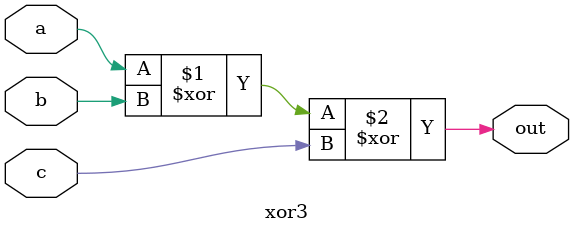
<source format=v>
module xor3(
    input a, b, c,
    output out
);
    assign out = a ^ b ^ c;
endmodule
</source>
